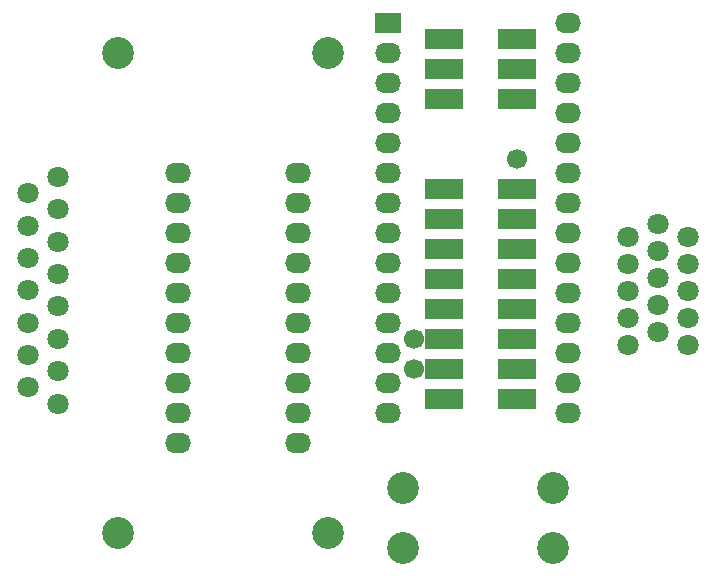
<source format=gbr>
G04 --- HEADER BEGIN --- *
%TF.GenerationSoftware,LibrePCB,LibrePCB,0.1.3*%
%TF.CreationDate,2020-04-12T13:34:48*%
%TF.ProjectId,Apple 2c VGA - default,6ee0dbe1-6aad-4263-9a0f-7c091fb3c0df,v1*%
%TF.Part,Single*%
%FSLAX66Y66*%
%MOMM*%
G01*
G74*
G04 --- HEADER END --- *
G04 --- APERTURE LIST BEGIN --- *
%ADD10C,2.7*%
%ADD11O,2.2X1.7*%
%ADD12C,1.8*%
%ADD13R,3.2X1.7*%
%ADD14R,2.2X1.7*%
%ADD15C,1.7*%
G04 --- APERTURE LIST END --- *
G04 --- BOARD BEGIN --- *
D10*
X17780000Y45720000D03*
X35560000Y45720000D03*
X35560000Y5080000D03*
X17780000Y5080000D03*
D11*
X22860000Y12700000D03*
X33020000Y20320000D03*
X22860000Y35560000D03*
X33020000Y33020000D03*
X33020000Y25400000D03*
X22860000Y33020000D03*
X22860000Y25400000D03*
X33020000Y35560000D03*
X33020000Y30480000D03*
X22860000Y30480000D03*
X33020000Y27940000D03*
X33020000Y15240000D03*
X22860000Y17780000D03*
X33020000Y12700000D03*
X22860000Y22860000D03*
X22860000Y20320000D03*
X22860000Y27940000D03*
X22860000Y15240000D03*
X33020000Y22860000D03*
X33020000Y17780000D03*
D12*
X12700000Y16062500D03*
X12700000Y32502500D03*
X10160000Y33872500D03*
X12700000Y27022500D03*
X10160000Y28392500D03*
X12700000Y24282500D03*
X12700000Y35242500D03*
X10160000Y17432500D03*
X10160000Y22912500D03*
X12700000Y18802500D03*
X10160000Y31132500D03*
X10160000Y25652500D03*
X12700000Y29762500D03*
X12700000Y21542500D03*
X10160000Y20172500D03*
D10*
X41910000Y8890000D03*
X54610000Y3810000D03*
X41910000Y3810000D03*
X54610000Y8890000D03*
D12*
X66065346Y30144670D03*
X66065346Y27854670D03*
X66065346Y20984670D03*
X63525346Y26709670D03*
X66065346Y23274670D03*
X60985346Y30144670D03*
X60985346Y23274670D03*
X60985346Y25564670D03*
X60985346Y20984670D03*
X63525346Y22129670D03*
X63525346Y24419670D03*
X63525346Y28999670D03*
X63525346Y31289670D03*
X60985346Y27854670D03*
X66065346Y25564670D03*
D13*
X51585600Y26617600D03*
X45432000Y24077600D03*
D11*
X55880000Y35560000D03*
X40640000Y43180000D03*
D14*
X40640000Y48260000D03*
D11*
X40640000Y27940000D03*
D13*
X51585600Y44397600D03*
X45432000Y31697600D03*
X51585600Y31697600D03*
X45432000Y44397600D03*
D11*
X40640000Y30480000D03*
X55880000Y22860000D03*
X55880000Y30480000D03*
D13*
X45432000Y21537600D03*
D15*
X51585600Y36777600D03*
D11*
X40640000Y40640000D03*
D15*
X42892000Y18997600D03*
D13*
X45432000Y16457600D03*
D11*
X55880000Y38100000D03*
D13*
X51585600Y41857600D03*
X45432000Y26617600D03*
D11*
X40640000Y20320000D03*
X55880000Y20320000D03*
D13*
X51585600Y21537600D03*
D11*
X40640000Y38100000D03*
D13*
X51585600Y34237600D03*
D11*
X40640000Y25400000D03*
X40640000Y22860000D03*
D13*
X51585600Y18997600D03*
D11*
X55880000Y40640000D03*
X40640000Y33020000D03*
D13*
X45432000Y41857600D03*
D11*
X55880000Y43180000D03*
X55880000Y15240000D03*
D13*
X45432000Y46937600D03*
D15*
X42892000Y21537600D03*
D13*
X45432000Y29157600D03*
D11*
X55880000Y33020000D03*
X40640000Y45720000D03*
X40640000Y17780000D03*
D13*
X51585600Y29157600D03*
X45432000Y34237600D03*
X51585600Y24077600D03*
X45432000Y18997600D03*
D11*
X55880000Y48260000D03*
X55880000Y27940000D03*
D13*
X51585600Y16457600D03*
D11*
X55880000Y25400000D03*
X55880000Y45720000D03*
X40640000Y35560000D03*
D13*
X51585600Y46937600D03*
D11*
X40640000Y15240000D03*
X55880000Y17780000D03*
G04 --- BOARD END --- *
%TF.MD5,d47556c393c1f814ad66c143e80f06fc*%
M02*

</source>
